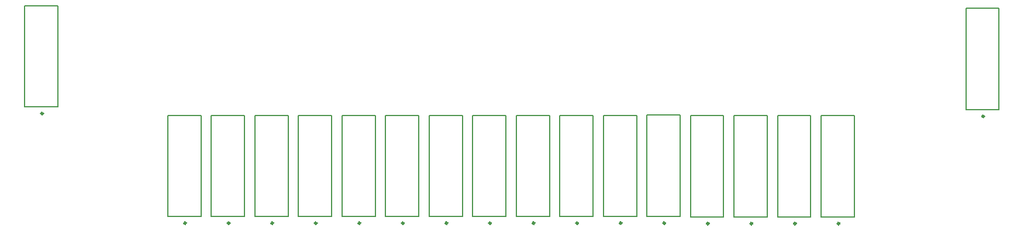
<source format=gbr>
G04 #@! TF.GenerationSoftware,KiCad,Pcbnew,(5.1.6)-1*
G04 #@! TF.CreationDate,2020-09-25T16:17:49-04:00*
G04 #@! TF.ProjectId,PB_16,50425f31-362e-46b6-9963-61645f706362,v2*
G04 #@! TF.SameCoordinates,Original*
G04 #@! TF.FileFunction,Other,ECO2*
%FSLAX46Y46*%
G04 Gerber Fmt 4.6, Leading zero omitted, Abs format (unit mm)*
G04 Created by KiCad (PCBNEW (5.1.6)-1) date 2020-09-25 16:17:49*
%MOMM*%
%LPD*%
G01*
G04 APERTURE LIST*
%ADD10C,0.300000*%
%ADD11C,0.127000*%
G04 APERTURE END LIST*
D10*
X211667420Y-137152600D02*
G75*
G03*
X211667420Y-137152600I-141420J0D01*
G01*
D11*
X213826000Y-136202600D02*
X209026000Y-136202600D01*
X213826000Y-121502600D02*
X213826000Y-136202600D01*
X209026000Y-121502600D02*
X213826000Y-121502600D01*
X209026000Y-136202600D02*
X209026000Y-121502600D01*
D10*
X121346884Y-152648600D02*
G75*
G03*
X121346884Y-152648600I-141420J0D01*
G01*
D11*
X123505464Y-151698600D02*
X118705464Y-151698600D01*
X123505464Y-136998600D02*
X123505464Y-151698600D01*
X118705464Y-136998600D02*
X123505464Y-136998600D01*
X118705464Y-151698600D02*
X118705464Y-136998600D01*
D10*
X108733552Y-152653600D02*
G75*
G03*
X108733552Y-152653600I-141420J0D01*
G01*
D11*
X110892132Y-151703600D02*
X106092132Y-151703600D01*
X110892132Y-137003600D02*
X110892132Y-151703600D01*
X106092132Y-137003600D02*
X110892132Y-137003600D01*
X106092132Y-151703600D02*
X106092132Y-137003600D01*
D10*
X190720220Y-152713600D02*
G75*
G03*
X190720220Y-152713600I-141420J0D01*
G01*
D11*
X192878800Y-151763600D02*
X188078800Y-151763600D01*
X192878800Y-137063600D02*
X192878800Y-151763600D01*
X188078800Y-137063600D02*
X192878800Y-137063600D01*
X188078800Y-151763600D02*
X188078800Y-137063600D01*
D10*
X184413544Y-152713600D02*
G75*
G03*
X184413544Y-152713600I-141420J0D01*
G01*
D11*
X186572124Y-151763600D02*
X181772124Y-151763600D01*
X186572124Y-137063600D02*
X186572124Y-151763600D01*
X181772124Y-137063600D02*
X186572124Y-137063600D01*
X181772124Y-151763600D02*
X181772124Y-137063600D01*
D10*
X178106878Y-152713600D02*
G75*
G03*
X178106878Y-152713600I-141420J0D01*
G01*
D11*
X180265458Y-151763600D02*
X175465458Y-151763600D01*
X180265458Y-137063600D02*
X180265458Y-151763600D01*
X175465458Y-137063600D02*
X180265458Y-137063600D01*
X175465458Y-151763600D02*
X175465458Y-137063600D01*
D10*
X171800212Y-152713600D02*
G75*
G03*
X171800212Y-152713600I-141420J0D01*
G01*
D11*
X173958792Y-151763600D02*
X169158792Y-151763600D01*
X173958792Y-137063600D02*
X173958792Y-151763600D01*
X169158792Y-137063600D02*
X173958792Y-137063600D01*
X169158792Y-151763600D02*
X169158792Y-137063600D01*
D10*
X165493546Y-152644800D02*
G75*
G03*
X165493546Y-152644800I-141420J0D01*
G01*
D11*
X167652126Y-151694800D02*
X162852126Y-151694800D01*
X167652126Y-136994800D02*
X167652126Y-151694800D01*
X162852126Y-136994800D02*
X167652126Y-136994800D01*
X162852126Y-151694800D02*
X162852126Y-136994800D01*
D10*
X159186880Y-152648600D02*
G75*
G03*
X159186880Y-152648600I-141420J0D01*
G01*
D11*
X161345460Y-151698600D02*
X156545460Y-151698600D01*
X161345460Y-136998600D02*
X161345460Y-151698600D01*
X156545460Y-136998600D02*
X161345460Y-136998600D01*
X156545460Y-151698600D02*
X156545460Y-136998600D01*
D10*
X152880214Y-152648600D02*
G75*
G03*
X152880214Y-152648600I-141420J0D01*
G01*
D11*
X155038794Y-151698600D02*
X150238794Y-151698600D01*
X155038794Y-136998600D02*
X155038794Y-151698600D01*
X150238794Y-136998600D02*
X155038794Y-136998600D01*
X150238794Y-151698600D02*
X150238794Y-136998600D01*
D10*
X146573548Y-152648600D02*
G75*
G03*
X146573548Y-152648600I-141420J0D01*
G01*
D11*
X148732128Y-151698600D02*
X143932128Y-151698600D01*
X148732128Y-136998600D02*
X148732128Y-151698600D01*
X143932128Y-136998600D02*
X148732128Y-136998600D01*
X143932128Y-151698600D02*
X143932128Y-136998600D01*
D10*
X140266882Y-152648600D02*
G75*
G03*
X140266882Y-152648600I-141420J0D01*
G01*
D11*
X142425462Y-151698600D02*
X137625462Y-151698600D01*
X142425462Y-136998600D02*
X142425462Y-151698600D01*
X137625462Y-136998600D02*
X142425462Y-136998600D01*
X137625462Y-151698600D02*
X137625462Y-136998600D01*
D10*
X133960216Y-152648600D02*
G75*
G03*
X133960216Y-152648600I-141420J0D01*
G01*
D11*
X136118796Y-151698600D02*
X131318796Y-151698600D01*
X136118796Y-136998600D02*
X136118796Y-151698600D01*
X131318796Y-136998600D02*
X136118796Y-136998600D01*
X131318796Y-151698600D02*
X131318796Y-136998600D01*
D10*
X127653550Y-152648600D02*
G75*
G03*
X127653550Y-152648600I-141420J0D01*
G01*
D11*
X129812130Y-151698600D02*
X125012130Y-151698600D01*
X129812130Y-136998600D02*
X129812130Y-151698600D01*
X125012130Y-136998600D02*
X129812130Y-136998600D01*
X125012130Y-151698600D02*
X125012130Y-136998600D01*
D10*
X115040218Y-152653600D02*
G75*
G03*
X115040218Y-152653600I-141420J0D01*
G01*
D11*
X117198798Y-151703600D02*
X112398798Y-151703600D01*
X117198798Y-137003600D02*
X117198798Y-151703600D01*
X112398798Y-137003600D02*
X117198798Y-137003600D01*
X112398798Y-151703600D02*
X112398798Y-137003600D01*
D10*
X102426886Y-152652600D02*
G75*
G03*
X102426886Y-152652600I-141420J0D01*
G01*
D11*
X104585466Y-151702600D02*
X99785466Y-151702600D01*
X104585466Y-137002600D02*
X104585466Y-151702600D01*
X99785466Y-137002600D02*
X104585466Y-137002600D01*
X99785466Y-151702600D02*
X99785466Y-137002600D01*
D10*
X96120220Y-152652600D02*
G75*
G03*
X96120220Y-152652600I-141420J0D01*
G01*
D11*
X98278800Y-151702600D02*
X93478800Y-151702600D01*
X98278800Y-137002600D02*
X98278800Y-151702600D01*
X93478800Y-137002600D02*
X98278800Y-137002600D01*
X93478800Y-151702600D02*
X93478800Y-137002600D01*
D10*
X75420220Y-136752600D02*
G75*
G03*
X75420220Y-136752600I-141420J0D01*
G01*
D11*
X77578800Y-135802600D02*
X72778800Y-135802600D01*
X77578800Y-121102600D02*
X77578800Y-135802600D01*
X72778800Y-121102600D02*
X77578800Y-121102600D01*
X72778800Y-135802600D02*
X72778800Y-121102600D01*
M02*

</source>
